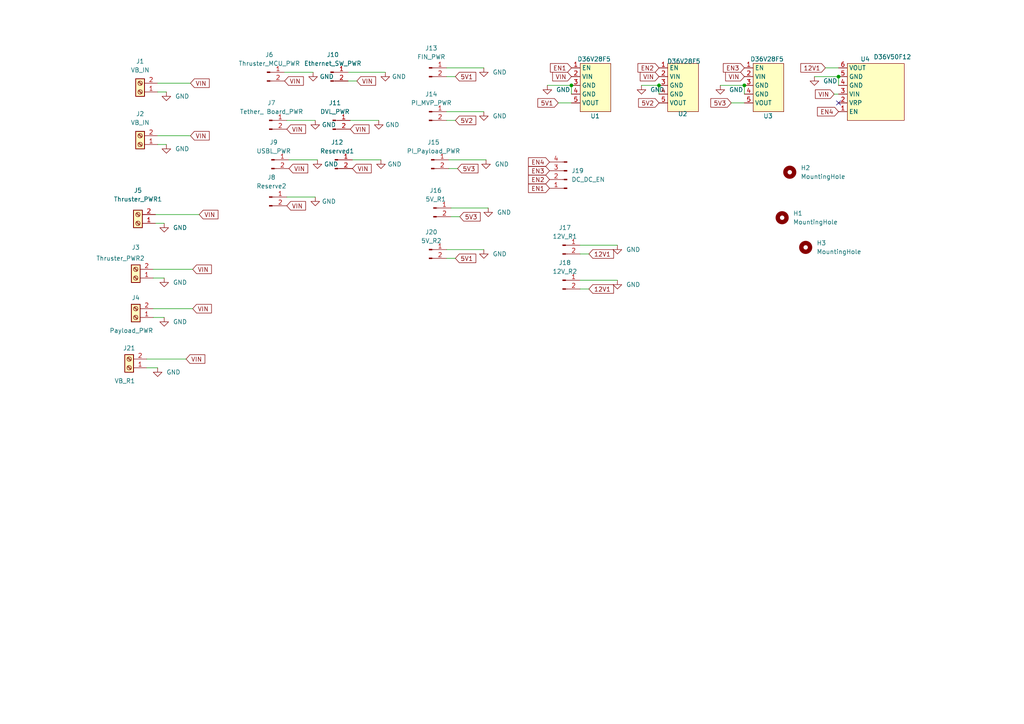
<source format=kicad_sch>
(kicad_sch (version 20211123) (generator eeschema)
  (paper "A4")
  (lib_symbols
    (symbol "Connector:Conn_01x02_Male" (pin_names (offset 1.016) hide)
      (property "Reference" "J" (at 0 2.54 0))
      (property "Value" "Conn_01x02_Male" (at 0 -5.08 0))
      (symbol "Conn_01x02_Male_1_1"
        (polyline (pts (xy 1.27 -2.54) (xy 0.8636 -2.54)) (stroke (width 0.1524)))
        (polyline (pts (xy 1.27 0) (xy 0.8636 0)) (stroke (width 0.1524)))
        (rectangle (start 0.8636 -2.413) (end 0 -2.667) (stroke (width 0.1524)) (fill (type outline)))
        (rectangle (start 0.8636 0.127) (end 0 -0.127) (stroke (width 0.1524)) (fill (type outline)))
        (pin passive line (at 5.08 0 180) (length 3.81) (name "Pin_1") (number "1"))
        (pin passive line (at 5.08 -2.54 180) (length 3.81) (name "Pin_2") (number "2"))
      )
    )
    (symbol "Connector:Conn_01x04_Male" (pin_names (offset 1.016) hide)
      (property "Reference" "J" (at 0 5.08 0))
      (property "Value" "Conn_01x04_Male" (at 0 -7.62 0))
      (symbol "Conn_01x04_Male_1_1"
        (polyline (pts (xy 1.27 -5.08) (xy 0.8636 -5.08)) (stroke (width 0.1524)))
        (polyline (pts (xy 1.27 -2.54) (xy 0.8636 -2.54)) (stroke (width 0.1524)))
        (polyline (pts (xy 1.27 0) (xy 0.8636 0)) (stroke (width 0.1524)))
        (polyline (pts (xy 1.27 2.54) (xy 0.8636 2.54)) (stroke (width 0.1524)))
        (rectangle (start 0.8636 -4.953) (end 0 -5.207) (stroke (width 0.1524)) (fill (type outline)))
        (rectangle (start 0.8636 -2.413) (end 0 -2.667) (stroke (width 0.1524)) (fill (type outline)))
        (rectangle (start 0.8636 0.127) (end 0 -0.127) (stroke (width 0.1524)) (fill (type outline)))
        (rectangle (start 0.8636 2.667) (end 0 2.413) (stroke (width 0.1524)) (fill (type outline)))
        (pin passive line (at 5.08 2.54 180) (length 3.81) (name "Pin_1") (number "1"))
        (pin passive line (at 5.08 0 180) (length 3.81) (name "Pin_2") (number "2"))
        (pin passive line (at 5.08 -2.54 180) (length 3.81) (name "Pin_3") (number "3"))
        (pin passive line (at 5.08 -5.08 180) (length 3.81) (name "Pin_4") (number "4"))
      )
    )
    (symbol "Connector:Screw_Terminal_01x02" (pin_names (offset 1.016) hide)
      (property "Reference" "J" (at 0 2.54 0))
      (property "Value" "Screw_Terminal_01x02" (at 0 -5.08 0))
      (symbol "Screw_Terminal_01x02_1_1"
        (rectangle (start -1.27 1.27) (end 1.27 -3.81) (stroke (width 0.254)) (fill (type background)))
        (circle (center 0 -2.54) (radius 0.635) (stroke (width 0.1524)))
        (polyline (pts (xy -0.5334 -2.2098) (xy 0.3302 -3.048)) (stroke (width 0.1524)))
        (polyline (pts (xy -0.5334 0.3302) (xy 0.3302 -0.508)) (stroke (width 0.1524)))
        (polyline (pts (xy -0.3556 -2.032) (xy 0.508 -2.8702)) (stroke (width 0.1524)))
        (polyline (pts (xy -0.3556 0.508) (xy 0.508 -0.3302)) (stroke (width 0.1524)))
        (circle (center 0 0) (radius 0.635) (stroke (width 0.1524)))
        (pin passive line (at -5.08 0 0) (length 3.81) (name "Pin_1") (number "1"))
        (pin passive line (at -5.08 -2.54 0) (length 3.81) (name "Pin_2") (number "2"))
      )
    )
    (symbol "Mechanical:MountingHole" (pin_names (offset 1.016))
      (property "Reference" "H" (at 0 5.08 0))
      (property "Value" "MountingHole" (at 0 3.175 0))
      (symbol "MountingHole_0_1"
        (circle (center 0 0) (radius 1.27) (stroke (width 1.27)))
      )
    )
    (symbol "Pololu:D36V28F5"
      (property "Reference" "U" (at -5.08 -1.27 0))
      (property "Value" "D36V28F5" (at -2.54 -3.81 0))
      (symbol "D36V28F5_0_1"
        (rectangle (start 0 13.97) (end 8.89 0) (fill (type background)))
      )
      (symbol "D36V28F5_1_1"
        (pin input line (at 11.43 1.27 180) (length 2.54) (name "EN") (number "1"))
        (pin input line (at 11.43 3.81 180) (length 2.54) (name "VIN") (number "2"))
        (pin input line (at 11.43 6.35 180) (length 2.54) (name "GND") (number "3"))
        (pin input line (at 11.43 8.89 180) (length 2.54) (name "GND") (number "4"))
        (pin input line (at 11.43 11.43 180) (length 2.54) (name "VOUT") (number "5"))
      )
    )
    (symbol "Pololu:D36V50F12"
      (property "Reference" "U" (at -6.35 -2.54 0))
      (property "Value" "D36V50F12" (at 0 -2.54 0))
      (symbol "D36V50F12_0_1"
        (rectangle (start 0 16.51) (end 16.51 0) (fill (type background)))
      )
      (symbol "D36V50F12_1_1"
        (pin input line (at 19.05 13.97 180) (length 2.54) (name "EN") (number "1"))
        (pin input line (at 19.05 11.43 180) (length 2.54) (name "VRP") (number "2"))
        (pin input line (at 19.05 8.89 180) (length 2.54) (name "VIN") (number "3"))
        (pin input line (at 19.05 6.35 180) (length 2.54) (name "GND") (number "4"))
        (pin input line (at 19.05 3.81 180) (length 2.54) (name "GND") (number "5"))
        (pin input line (at 19.05 1.27 180) (length 2.54) (name "VOUT") (number "6"))
      )
    )
    (symbol "power:GND" (power) (pin_names (offset 0))
      (property "Value" "GND" (at 0 -3.81 0))
      (symbol "GND_0_1"
        (polyline (pts (xy 0 0) (xy 0 -1.27) (xy 1.27 -1.27) (xy 0 -2.54) (xy -1.27 -1.27) (xy 0 -1.27)))
      )
      (symbol "GND_1_1"
        (pin power_in line (at 0 0 270) (length 0) hide (name "GND") (number "1"))
      )
    )
  )
  (junction (at 243.205 22.225))
  (junction (at 215.9 24.765))
  (junction (at 191.135 24.765))
  (junction (at 165.735 24.765))
  (no_connect (at 243.205 29.845))
  (wire (pts (xy 132.08 22.225) (xy 129.54 22.225)))
  (wire (pts (xy 243.205 22.225) (xy 243.205 24.765)))
  (wire (pts (xy 83.82 46.355) (xy 92.075 46.355)))
  (wire (pts (xy 170.815 73.66) (xy 168.275 73.66)))
  (wire (pts (xy 55.88 78.105) (xy 44.45 78.105)))
  (wire (pts (xy 57.785 62.23) (xy 45.085 62.23)))
  (wire (pts (xy 103.505 23.495) (xy 100.965 23.495)))
  (wire (pts (xy 83.185 57.15) (xy 91.44 57.15)))
  (wire (pts (xy 48.26 26.67) (xy 45.72 26.67)))
  (wire (pts (xy 170.815 83.82) (xy 168.275 83.82)))
  (wire (pts (xy 129.54 19.685) (xy 140.335 19.685)))
  (wire (pts (xy 236.22 22.225) (xy 243.205 22.225)))
  (wire (pts (xy 129.54 72.39) (xy 140.335 72.39)))
  (wire (pts (xy 133.35 62.865) (xy 130.81 62.865)))
  (wire (pts (xy 132.08 34.925) (xy 129.54 34.925)))
  (wire (pts (xy 208.915 24.765) (xy 215.9 24.765)))
  (wire (pts (xy 215.9 24.765) (xy 215.9 27.305)))
  (wire (pts (xy 47.625 64.77) (xy 45.085 64.77)))
  (wire (pts (xy 191.135 24.765) (xy 191.135 27.305)))
  (wire (pts (xy 165.735 24.765) (xy 165.735 27.305)))
  (wire (pts (xy 45.72 106.68) (xy 42.545 106.68)))
  (wire (pts (xy 241.935 27.305) (xy 243.205 27.305)))
  (wire (pts (xy 239.395 19.685) (xy 243.205 19.685)))
  (wire (pts (xy 55.245 24.13) (xy 45.72 24.13)))
  (wire (pts (xy 212.09 29.845) (xy 215.9 29.845)))
  (wire (pts (xy 53.975 104.14) (xy 42.545 104.14)))
  (wire (pts (xy 168.275 81.28) (xy 179.07 81.28)))
  (wire (pts (xy 168.275 71.12) (xy 179.07 71.12)))
  (wire (pts (xy 158.75 24.765) (xy 165.735 24.765)))
  (wire (pts (xy 186.055 24.765) (xy 191.135 24.765)))
  (wire (pts (xy 48.26 41.91) (xy 45.72 41.91)))
  (wire (pts (xy 130.81 60.325) (xy 141.605 60.325)))
  (wire (pts (xy 132.715 48.895) (xy 130.175 48.895)))
  (wire (pts (xy 101.6 34.925) (xy 109.855 34.925)))
  (wire (pts (xy 90.805 20.955) (xy 82.55 20.955)))
  (wire (pts (xy 102.235 46.355) (xy 110.49 46.355)))
  (wire (pts (xy 47.625 80.645) (xy 44.45 80.645)))
  (wire (pts (xy 83.185 34.925) (xy 91.44 34.925)))
  (wire (pts (xy 55.245 39.37) (xy 45.72 39.37)))
  (wire (pts (xy 161.925 29.845) (xy 165.735 29.845)))
  (wire (pts (xy 130.175 46.355) (xy 140.97 46.355)))
  (wire (pts (xy 129.54 32.385) (xy 140.335 32.385)))
  (wire (pts (xy 132.08 74.93) (xy 129.54 74.93)))
  (wire (pts (xy 100.965 20.955) (xy 111.76 20.955)))
  (wire (pts (xy 47.625 92.075) (xy 44.45 92.075)))
  (wire (pts (xy 55.88 89.535) (xy 44.45 89.535)))
  (global_label "VIN" (shape input) (at 53.975 104.14 0) (property "Intersheet References" "${INTERSHEET_REFS}" (effects hide)))
  (global_label "EN4" (shape input) (at 243.205 32.385 180) (property "Intersheet References" "${INTERSHEET_REFS}" (effects hide)))
  (global_label "VIN" (shape input) (at 83.185 59.69 0) (property "Intersheet References" "${INTERSHEET_REFS}" (effects hide)))
  (global_label "EN2" (shape input) (at 191.135 19.685 180) (property "Intersheet References" "${INTERSHEET_REFS}" (effects hide)))
  (global_label "5V2" (shape input) (at 191.135 29.845 180) (property "Intersheet References" "${INTERSHEET_REFS}" (effects hide)))
  (global_label "EN1" (shape input) (at 159.385 54.61 180) (property "Intersheet References" "${INTERSHEET_REFS}" (effects hide)))
  (global_label "5V1" (shape input) (at 132.08 22.225 0) (property "Intersheet References" "${INTERSHEET_REFS}" (effects hide)))
  (global_label "5V1" (shape input) (at 132.08 74.93 0) (property "Intersheet References" "${INTERSHEET_REFS}" (effects hide)))
  (global_label "5V3" (shape input) (at 132.715 48.895 0) (property "Intersheet References" "${INTERSHEET_REFS}" (effects hide)))
  (global_label "VIN" (shape input) (at 55.245 24.13 0) (property "Intersheet References" "${INTERSHEET_REFS}" (effects hide)))
  (global_label "12V1" (shape input) (at 239.395 19.685 180) (property "Intersheet References" "${INTERSHEET_REFS}" (effects hide)))
  (global_label "VIN" (shape input) (at 82.55 23.495 0) (property "Intersheet References" "${INTERSHEET_REFS}" (effects hide)))
  (global_label "VIN" (shape input) (at 55.88 78.105 0) (property "Intersheet References" "${INTERSHEET_REFS}" (effects hide)))
  (global_label "5V3" (shape input) (at 133.35 62.865 0) (property "Intersheet References" "${INTERSHEET_REFS}" (effects hide)))
  (global_label "VIN" (shape input) (at 83.185 37.465 0) (property "Intersheet References" "${INTERSHEET_REFS}" (effects hide)))
  (global_label "VIN" (shape input) (at 55.88 89.535 0) (property "Intersheet References" "${INTERSHEET_REFS}" (effects hide)))
  (global_label "EN3" (shape input) (at 159.385 49.53 180) (property "Intersheet References" "${INTERSHEET_REFS}" (effects hide)))
  (global_label "5V3" (shape input) (at 212.09 29.845 180) (property "Intersheet References" "${INTERSHEET_REFS}" (effects hide)))
  (global_label "VIN" (shape input) (at 103.505 23.495 0) (property "Intersheet References" "${INTERSHEET_REFS}" (effects hide)))
  (global_label "VIN" (shape input) (at 191.135 22.225 180) (property "Intersheet References" "${INTERSHEET_REFS}" (effects hide)))
  (global_label "VIN" (shape input) (at 101.6 37.465 0) (property "Intersheet References" "${INTERSHEET_REFS}" (effects hide)))
  (global_label "EN1" (shape input) (at 165.735 19.685 180) (property "Intersheet References" "${INTERSHEET_REFS}" (effects hide)))
  (global_label "VIN" (shape input) (at 57.785 62.23 0) (property "Intersheet References" "${INTERSHEET_REFS}" (effects hide)))
  (global_label "VIN" (shape input) (at 55.245 39.37 0) (property "Intersheet References" "${INTERSHEET_REFS}" (effects hide)))
  (global_label "VIN" (shape input) (at 215.9 22.225 180) (property "Intersheet References" "${INTERSHEET_REFS}" (effects hide)))
  (global_label "VIN" (shape input) (at 241.935 27.305 180) (property "Intersheet References" "${INTERSHEET_REFS}" (effects hide)))
  (global_label "VIN" (shape input) (at 165.735 22.225 180) (property "Intersheet References" "${INTERSHEET_REFS}" (effects hide)))
  (global_label "VIN" (shape input) (at 83.82 48.895 0) (property "Intersheet References" "${INTERSHEET_REFS}" (effects hide)))
  (global_label "5V1" (shape input) (at 161.925 29.845 180) (property "Intersheet References" "${INTERSHEET_REFS}" (effects hide)))
  (global_label "12V1" (shape input) (at 170.815 73.66 0) (property "Intersheet References" "${INTERSHEET_REFS}" (effects hide)))
  (global_label "EN3" (shape input) (at 215.9 19.685 180) (property "Intersheet References" "${INTERSHEET_REFS}" (effects hide)))
  (global_label "12V1" (shape input) (at 170.815 83.82 0) (property "Intersheet References" "${INTERSHEET_REFS}" (effects hide)))
  (global_label "VIN" (shape input) (at 102.235 48.895 0) (property "Intersheet References" "${INTERSHEET_REFS}" (effects hide)))
  (global_label "EN4" (shape input) (at 159.385 46.99 180) (property "Intersheet References" "${INTERSHEET_REFS}" (effects hide)))
  (global_label "EN2" (shape input) (at 159.385 52.07 180) (property "Intersheet References" "${INTERSHEET_REFS}" (effects hide)))
  (global_label "5V2" (shape input) (at 132.08 34.925 0) (property "Intersheet References" "${INTERSHEET_REFS}" (effects hide)))
  (symbol (lib_id "power:GND") (at 140.335 72.39 0) (unit 1)
    (property "Reference" "#PWR020" (effects hide))
    (property "Value" "GND" (at 142.875 73.6599 0) (effects (justify left)))
  )
  (symbol (lib_id "Mechanical:MountingHole") (at 226.8561 63.1455 0) (unit 1)
    (property "Reference" "H1" (at 230.0311 61.8754 0) (effects (justify left)))
    (property "Value" "MountingHole" (at 230.0311 64.4154 0) (effects (justify left)))
    (property "Footprint" "MountingHole:MountingHole_2.7mm_M2.5" (effects hide))
  )
  (symbol (lib_id "Connector:Screw_Terminal_01x02") (at 40.64 41.91 180) (unit 1)
    (property "Reference" "J2" (at 40.64 33.02 0))
    (property "Value" "VB_IN" (at 40.64 35.56 0))
    (property "Footprint" "TerminalBlock:Pololu_5mm" (effects hide))
    (property "Datasheet" "https://www.pololu.com/product/2440" (effects hide))
  )
  (symbol (lib_id "power:GND") (at 110.49 46.355 0) (unit 1)
    (property "Reference" "#PWR011" (effects hide))
    (property "Value" "GND" (at 112.395 47.6249 0) (effects (justify left)))
  )
  (symbol (lib_id "power:GND") (at 179.07 81.28 0) (unit 1)
    (property "Reference" "#PWR019" (effects hide))
    (property "Value" "GND" (at 181.61 82.5499 0) (effects (justify left)))
  )
  (symbol (lib_id "Connector:Conn_01x02_Male") (at 124.46 72.39 0) (unit 1)
    (property "Reference" "J20" (at 125.095 67.31 0))
    (property "Value" "5V_R2" (at 125.095 69.85 0))
    (property "Footprint" "Connectors_JST:JST_XH_B02B-XH-A_02x2.50mm_Straight" (effects hide))
  )
  (symbol (lib_id "Connector:Conn_01x04_Male") (at 164.465 52.07 180) (unit 1)
    (property "Reference" "J19" (at 165.735 49.5299 0) (effects (justify right)))
    (property "Value" "DC_DC_EN" (at 165.735 52.0699 0) (effects (justify right)))
    (property "Footprint" "Connector_JST:JST_SH_BM04B-SRSS-TB_1x04-1MP_P1.00mm_Vertical" (effects hide))
    (property "Datasheet" "https://www.mouser.com/datasheet/2/737/4328_C13916_001_CCSH_W10_04_BK_RC_A-2490211.pdf" (effects hide))
    (property "Description" "Adafruit Accessories JST SH 4-pin Vertical Connector (10-pack) - Qwiic Compatible" (effects hide))
    (property "Digikey Part Number" "1528-4328-ND" (effects hide))
    (property "Digikey Price/Stock" "https://www.digikey.com/en/products/detail/adafruit-industries-llc/4328/10481838" (effects hide))
    (property "Manufacturer_Name" "Adafruit Industries LLC" (effects hide))
    (property "Manufacturer_Part_Number" "4328" (effects hide))
    (property "Mouser Part Number" "485-4328" (effects hide))
    (property "Mouser Price/Stock" "https://www.mouser.com/ProductDetail/Adafruit/4328?qs=wnTfsH77Xs6Ypm3wH0xoXg%3D%3D" (effects hide))
    (property "Unit Price" "3.95" (effects hide))
  )
  (symbol (lib_id "Connector:Conn_01x02_Male") (at 163.195 81.28 0) (unit 1)
    (property "Reference" "J18" (at 163.83 76.2 0))
    (property "Value" "12V_R2" (at 163.83 78.74 0))
    (property "Footprint" "Connectors_JST:JST_XH_B02B-XH-A_02x2.50mm_Straight" (effects hide))
  )
  (symbol (lib_id "Connector:Conn_01x02_Male") (at 77.47 20.955 0) (unit 1)
    (property "Reference" "J6" (at 78.105 15.875 0))
    (property "Value" "Thruster_MCU_PWR" (at 78.105 18.415 0))
    (property "Footprint" "Connectors_JST:JST_XH_B02B-XH-A_02x2.50mm_Straight" (effects hide))
  )
  (symbol (lib_id "power:GND") (at 47.625 64.77 0) (unit 1)
    (property "Reference" "#PWR03" (effects hide))
    (property "Value" "GND" (at 50.165 66.0399 0) (effects (justify left)))
  )
  (symbol (lib_id "power:GND") (at 48.26 26.67 0) (unit 1)
    (property "Reference" "#PWR01" (effects hide))
    (property "Value" "GND" (at 50.8 27.9399 0) (effects (justify left)))
  )
  (symbol (lib_id "power:GND") (at 141.605 60.325 0) (unit 1)
    (property "Reference" "#PWR016" (effects hide))
    (property "Value" "GND" (at 144.145 61.5949 0) (effects (justify left)))
  )
  (symbol (lib_id "Connector:Conn_01x02_Male") (at 95.885 20.955 0) (unit 1)
    (property "Reference" "J10" (at 96.52 15.875 0))
    (property "Value" "Ethernet_SW_PWR" (at 96.52 18.415 0))
    (property "Footprint" "Connectors_JST:JST_XH_B02B-XH-A_02x2.50mm_Straight" (effects hide))
  )
  (symbol (lib_id "Pololu:D36V28F5") (at 202.565 18.415 180) (unit 1)
    (property "Reference" "U2" (at 199.3901 33.02 0) (effects (justify left)))
    (property "Value" "D36V28F5" (at 203.2 17.78 0) (effects (justify left)))
    (property "Footprint" "Pololu:D36V28F5" (effects hide))
  )
  (symbol (lib_id "power:GND") (at 91.44 57.15 0) (unit 1)
    (property "Reference" "#PWR08" (effects hide))
    (property "Value" "GND" (at 93.345 58.4199 0) (effects (justify left)))
  )
  (symbol (lib_id "power:GND") (at 140.335 19.685 0) (unit 1)
    (property "Reference" "#PWR013" (effects hide))
    (property "Value" "GND" (at 142.875 20.9549 0) (effects (justify left)))
  )
  (symbol (lib_id "Connector:Screw_Terminal_01x02") (at 39.37 92.075 180) (unit 1)
    (property "Reference" "J4" (at 39.37 86.36 0))
    (property "Value" "Payload_PWR" (at 38.1 95.885 0))
    (property "Footprint" "TerminalBlock:Pololu_5mm" (effects hide))
    (property "Datasheet" "https://www.pololu.com/product/2440" (effects hide))
  )
  (symbol (lib_id "Mechanical:MountingHole") (at 233.68 71.755 0) (unit 1)
    (property "Reference" "H3" (at 236.855 70.4849 0) (effects (justify left)))
    (property "Value" "MountingHole" (at 236.855 73.0249 0) (effects (justify left)))
    (property "Footprint" "MountingHole:MountingHole_2.7mm_M2.5" (effects hide))
  )
  (symbol (lib_id "power:GND") (at 158.75 24.765 0) (unit 1)
    (property "Reference" "#PWR017" (effects hide))
    (property "Value" "GND" (at 161.29 26.0349 0) (effects (justify left)))
  )
  (symbol (lib_id "power:GND") (at 90.805 20.955 0) (unit 1)
    (property "Reference" "#PWR06" (effects hide))
    (property "Value" "GND" (at 92.71 22.2249 0) (effects (justify left)))
  )
  (symbol (lib_id "Connector:Conn_01x02_Male") (at 125.73 60.325 0) (unit 1)
    (property "Reference" "J16" (at 126.365 55.245 0))
    (property "Value" "5V_R1" (at 126.365 57.785 0))
    (property "Footprint" "Connectors_JST:JST_XH_B02B-XH-A_02x2.50mm_Straight" (effects hide))
  )
  (symbol (lib_id "Pololu:D36V28F5") (at 177.165 18.415 180) (unit 1)
    (property "Reference" "U1" (at 173.99 33.655 0) (effects (justify left)))
    (property "Value" "D36V28F5" (at 177.165 17.145 0) (effects (justify left)))
    (property "Footprint" "Pololu:D36V28F5" (effects hide))
  )
  (symbol (lib_id "Connector:Conn_01x02_Male") (at 78.105 34.925 0) (unit 1)
    (property "Reference" "J7" (at 78.74 29.845 0))
    (property "Value" "Tether_ Board_PWR" (at 78.74 32.385 0))
    (property "Footprint" "Connectors_JST:JST_XH_B02B-XH-A_02x2.50mm_Straight" (effects hide))
  )
  (symbol (lib_id "power:GND") (at 47.625 92.075 0) (unit 1)
    (property "Reference" "#PWR05" (effects hide))
    (property "Value" "GND" (at 50.165 93.3449 0) (effects (justify left)))
  )
  (symbol (lib_id "power:GND") (at 109.855 34.925 0) (unit 1)
    (property "Reference" "#PWR010" (effects hide))
    (property "Value" "GND" (at 111.76 36.1949 0) (effects (justify left)))
  )
  (symbol (lib_id "power:GND") (at 92.075 46.355 0) (unit 1)
    (property "Reference" "#PWR09" (effects hide))
    (property "Value" "GND" (at 93.98 47.6249 0) (effects (justify left)))
  )
  (symbol (lib_id "power:GND") (at 47.625 80.645 0) (unit 1)
    (property "Reference" "#PWR04" (effects hide))
    (property "Value" "GND" (at 50.165 81.9149 0) (effects (justify left)))
  )
  (symbol (lib_id "power:GND") (at 179.07 71.12 0) (unit 1)
    (property "Reference" "#PWR018" (effects hide))
    (property "Value" "GND" (at 181.61 72.3899 0) (effects (justify left)))
  )
  (symbol (lib_id "Pololu:D36V50F12") (at 262.255 18.415 180) (unit 1)
    (property "Reference" "U4" (at 249.555 17.145 0) (effects (justify right)))
    (property "Value" "D36V50F12" (at 253.365 16.51 0) (effects (justify right)))
    (property "Footprint" "Pololu:D36V50F12" (effects hide))
  )
  (symbol (lib_id "Connector:Screw_Terminal_01x02") (at 37.465 106.68 180) (unit 1)
    (property "Reference" "J21" (at 37.465 100.965 0))
    (property "Value" "VB_R1" (at 36.195 110.49 0))
    (property "Footprint" "TerminalBlock:Pololu_5mm" (effects hide))
    (property "Datasheet" "https://www.pololu.com/product/2440" (effects hide))
  )
  (symbol (lib_id "power:GND") (at 208.915 24.765 0) (unit 1)
    (property "Reference" "#PWR022" (effects hide))
    (property "Value" "GND" (at 211.455 26.0349 0) (effects (justify left)))
  )
  (symbol (lib_id "Connector:Conn_01x02_Male") (at 124.46 19.685 0) (unit 1)
    (property "Reference" "J13" (at 125.095 13.97 0))
    (property "Value" "FIN_PWR" (at 125.095 16.51 0))
    (property "Footprint" "Connectors_JST:JST_XH_B02B-XH-A_02x2.50mm_Straight" (effects hide))
  )
  (symbol (lib_id "Connector:Conn_01x02_Male") (at 124.46 32.385 0) (unit 1)
    (property "Reference" "J14" (at 125.095 27.305 0))
    (property "Value" "PI_MVP_PWR" (at 125.095 29.845 0))
    (property "Footprint" "Connectors_JST:JST_XH_B02B-XH-A_02x2.50mm_Straight" (effects hide))
  )
  (symbol (lib_id "Pololu:D36V28F5") (at 227.33 18.415 180) (unit 1)
    (property "Reference" "U3" (at 224.155 33.655 0) (effects (justify left)))
    (property "Value" "D36V28F5" (at 227.33 17.145 0) (effects (justify left)))
    (property "Footprint" "Pololu:D36V28F5" (effects hide))
  )
  (symbol (lib_id "power:GND") (at 140.97 46.355 0) (unit 1)
    (property "Reference" "#PWR015" (effects hide))
    (property "Value" "GND" (at 143.51 47.6249 0) (effects (justify left)))
  )
  (symbol (lib_id "Connector:Conn_01x02_Male") (at 96.52 34.925 0) (unit 1)
    (property "Reference" "J11" (at 97.155 29.845 0))
    (property "Value" "DVL_PWR" (at 97.155 32.385 0))
    (property "Footprint" "Connectors_JST:JST_XH_B02B-XH-A_02x2.50mm_Straight" (effects hide))
  )
  (symbol (lib_id "Connector:Conn_01x02_Male") (at 163.195 71.12 0) (unit 1)
    (property "Reference" "J17" (at 163.83 66.04 0))
    (property "Value" "12V_R1" (at 163.83 68.58 0))
    (property "Footprint" "Connectors_JST:JST_XH_B02B-XH-A_02x2.50mm_Straight" (effects hide))
  )
  (symbol (lib_id "Connector:Conn_01x02_Male") (at 78.74 46.355 0) (unit 1)
    (property "Reference" "J9" (at 79.375 41.275 0))
    (property "Value" "USBL_PWR" (at 79.375 43.815 0))
    (property "Footprint" "Connectors_JST:JST_XH_B02B-XH-A_02x2.50mm_Straight" (effects hide))
  )
  (symbol (lib_id "power:GND") (at 186.055 24.765 0) (unit 1)
    (property "Reference" "#PWR021" (effects hide))
    (property "Value" "GND" (at 188.595 26.0349 0) (effects (justify left)))
  )
  (symbol (lib_id "Connector:Conn_01x02_Male") (at 78.105 57.15 0) (unit 1)
    (property "Reference" "J8" (at 78.74 51.435 0))
    (property "Value" "Reserve2" (at 78.74 53.975 0))
    (property "Footprint" "Connectors_JST:JST_XH_B02B-XH-A_02x2.50mm_Straight" (effects hide))
  )
  (symbol (lib_id "power:GND") (at 48.26 41.91 0) (unit 1)
    (property "Reference" "#PWR02" (effects hide))
    (property "Value" "GND" (at 50.8 43.1799 0) (effects (justify left)))
  )
  (symbol (lib_id "Connector:Conn_01x02_Male") (at 125.095 46.355 0) (unit 1)
    (property "Reference" "J15" (at 125.73 41.275 0))
    (property "Value" "PI_Payload_PWR" (at 125.73 43.815 0))
    (property "Footprint" "Connectors_JST:JST_XH_B02B-XH-A_02x2.50mm_Straight" (effects hide))
  )
  (symbol (lib_id "Mechanical:MountingHole") (at 229.0655 49.9537 0) (unit 1)
    (property "Reference" "H2" (at 232.2405 48.6836 0) (effects (justify left)))
    (property "Value" "MountingHole" (at 232.2405 51.2236 0) (effects (justify left)))
    (property "Footprint" "MountingHole:MountingHole_2.7mm_M2.5" (effects hide))
  )
  (symbol (lib_id "Connector:Screw_Terminal_01x02") (at 39.37 80.645 180) (unit 1)
    (property "Reference" "J3" (at 39.37 71.755 0))
    (property "Value" "Thruster_PWR2" (at 34.925 74.93 0))
    (property "Footprint" "TerminalBlock:Pololu_5mm" (effects hide))
    (property "Datasheet" "https://www.pololu.com/product/2440" (effects hide))
  )
  (symbol (lib_id "Connector:Screw_Terminal_01x02") (at 40.005 64.77 180) (unit 1)
    (property "Reference" "J5" (at 40.005 55.245 0))
    (property "Value" "Thruster_PWR1" (at 40.005 57.785 0))
    (property "Footprint" "TerminalBlock:Pololu_5mm" (effects hide))
    (property "Datasheet" "https://www.pololu.com/product/2440" (effects hide))
  )
  (symbol (lib_id "power:GND") (at 236.22 22.225 0) (unit 1)
    (property "Reference" "#PWR023" (effects hide))
    (property "Value" "GND" (at 238.76 23.4949 0) (effects (justify left)))
  )
  (symbol (lib_id "power:GND") (at 91.44 34.925 0) (unit 1)
    (property "Reference" "#PWR07" (effects hide))
    (property "Value" "GND" (at 93.345 36.1949 0) (effects (justify left)))
  )
  (symbol (lib_id "power:GND") (at 140.335 32.385 0) (unit 1)
    (property "Reference" "#PWR014" (effects hide))
    (property "Value" "GND" (at 142.875 33.6549 0) (effects (justify left)))
  )
  (symbol (lib_id "Connector:Screw_Terminal_01x02") (at 40.64 26.67 180) (unit 1)
    (property "Reference" "J1" (at 40.64 17.78 0))
    (property "Value" "VB_IN" (at 40.64 20.32 0))
    (property "Footprint" "TerminalBlock:Pololu_5mm" (effects hide))
    (property "Datasheet" "https://www.pololu.com/product/2440" (effects hide))
  )
  (symbol (lib_id "power:GND") (at 111.76 20.955 0) (unit 1)
    (property "Reference" "#PWR012" (effects hide))
    (property "Value" "GND" (at 113.665 22.2249 0) (effects (justify left)))
  )
  (symbol (lib_id "power:GND") (at 45.72 106.68 0) (unit 1)
    (property "Reference" "#PWR0101" (effects hide))
    (property "Value" "GND" (at 48.26 107.9499 0) (effects (justify left)))
  )
  (symbol (lib_id "Connector:Conn_01x02_Male") (at 97.155 46.355 0) (unit 1)
    (property "Reference" "J12" (at 97.79 41.275 0))
    (property "Value" "Reserved1" (at 97.79 43.815 0))
    (property "Footprint" "Connectors_JST:JST_XH_B02B-XH-A_02x2.50mm_Straight" (effects hide))
  )
)
</source>
